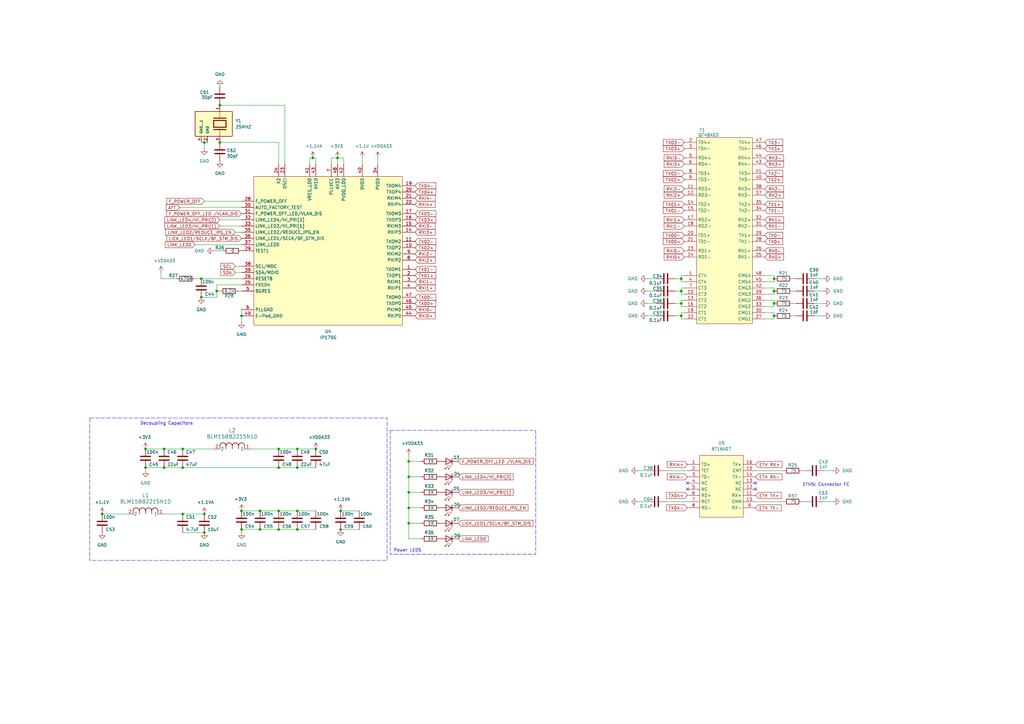
<source format=kicad_sch>
(kicad_sch (version 20231120) (generator "eeschema") (generator_version "8.0")
  (paper "A3")
  (title_block (title "Infrastructure") (date "2024-08-24") (rev "V1.0"))
  (junction (at 317.5 119.38))
  (junction (at 99.06 217.17))
  (junction (at 317.5 129.54))
  (junction (at 90.17 43.18))
  (junction (at 59.69 191.77))
  (junction (at 128.27 64.77))
  (junction (at 167.64 214.63))
  (junction (at 138.43 64.77))
  (junction (at 41.91 210.82))
  (junction (at 74.93 191.77))
  (junction (at 106.68 209.55))
  (junction (at 167.64 201.93))
  (junction (at 114.3 209.55))
  (junction (at 167.64 189.23))
  (junction (at 121.92 217.17))
  (junction (at 99.06 209.55))
  (junction (at 83.82 218.44))
  (junction (at 99.06 129.54))
  (junction (at 317.5 114.3))
  (junction (at 114.3 217.17))
  (junction (at 83.82 58.42))
  (junction (at 121.92 191.77))
  (junction (at 279.4 124.46))
  (junction (at 317.5 124.46))
  (junction (at 67.31 191.77))
  (junction (at 90.17 58.42))
  (junction (at 139.7 217.17))
  (junction (at 167.64 208.28))
  (junction (at 121.92 184.15))
  (junction (at 114.3 191.77))
  (junction (at 167.64 195.58))
  (junction (at 279.4 119.38))
  (junction (at 82.55 114.3))
  (junction (at 82.55 121.92))
  (junction (at 129.54 184.15))
  (junction (at 67.31 184.15))
  (junction (at 83.82 210.82))
  (junction (at 106.68 217.17))
  (junction (at 121.92 209.55))
  (junction (at 59.69 184.15))
  (junction (at 114.3 184.15))
  (junction (at 74.93 184.15))
  (junction (at 279.4 114.3))
  (junction (at 88.9 119.38))
  (junction (at 279.4 129.54))
  (junction (at 139.7 209.55))
  (junction (at 74.93 210.82))
  (no_connect (at 309.88 200.66))
  (no_connect (at 309.88 198.12))
  (no_connect (at 281.94 200.66))
  (no_connect (at 281.94 198.12))
  (wire (pts (xy 114.3 217.17) (xy 121.92 217.17)))
  (wire (pts (xy 90.17 58.42) (xy 114.3 58.42)))
  (wire (pts (xy 309.88 205.74) (xy 321.31 205.74)))
  (wire (pts (xy 279.4 130.81) (xy 280.67 130.81)))
  (wire (pts (xy 337.82 193.04) (xy 341.63 193.04)))
  (wire (pts (xy 99.06 132.08) (xy 99.06 129.54)))
  (wire (pts (xy 73.66 85.09) (xy 99.06 85.09)))
  (wire (pts (xy 167.64 208.28) (xy 167.64 214.63)))
  (wire (pts (xy 99.06 217.17) (xy 99.06 218.44)))
  (wire (pts (xy 128.27 64.77) (xy 129.54 64.77)))
  (wire (pts (xy 121.92 217.17) (xy 129.54 217.17)))
  (wire (pts (xy 167.64 208.28) (xy 172.72 208.28)))
  (wire (pts (xy 139.7 217.17) (xy 147.32 217.17)))
  (wire (pts (xy 167.64 201.93) (xy 172.72 201.93)))
  (wire (pts (xy 167.64 195.58) (xy 167.64 201.93)))
  (wire (pts (xy 106.68 217.17) (xy 114.3 217.17)))
  (wire (pts (xy 280.67 113.03) (xy 279.4 113.03)))
  (wire (pts (xy 82.55 58.42) (xy 83.82 58.42)))
  (wire (pts (xy 280.67 128.27) (xy 279.4 128.27)))
  (wire (pts (xy 334.01 129.54) (xy 337.82 129.54)))
  (wire (pts (xy 88.9 116.84) (xy 99.06 116.84)))
  (wire (pts (xy 167.64 189.23) (xy 172.72 189.23)))
  (wire (pts (xy 317.5 119.38) (xy 317.5 120.65)))
  (wire (pts (xy 334.01 114.3) (xy 337.82 114.3)))
  (wire (pts (xy 309.88 193.04) (xy 321.31 193.04)))
  (wire (pts (xy 279.4 115.57) (xy 280.67 115.57)))
  (wire (pts (xy 325.12 129.54) (xy 326.39 129.54)))
  (wire (pts (xy 325.12 124.46) (xy 326.39 124.46)))
  (wire (pts (xy 83.82 58.42) (xy 85.09 58.42)))
  (wire (pts (xy 138.43 64.77) (xy 140.97 64.77)))
  (wire (pts (xy 148.59 64.77) (xy 148.59 67.31)))
  (wire (pts (xy 317.5 129.54) (xy 317.5 130.81)))
  (wire (pts (xy 334.01 124.46) (xy 337.82 124.46)))
  (wire (pts (xy 80.01 100.33) (xy 99.06 100.33)))
  (wire (pts (xy 116.84 43.18) (xy 116.84 67.31)))
  (wire (pts (xy 317.5 124.46) (xy 317.5 125.73)))
  (wire (pts (xy 325.12 119.38) (xy 326.39 119.38)))
  (wire (pts (xy 90.17 43.18) (xy 116.84 43.18)))
  (wire (pts (xy 280.67 118.11) (xy 279.4 118.11)))
  (wire (pts (xy 328.93 193.04) (xy 330.2 193.04)))
  (wire (pts (xy 167.64 214.63) (xy 172.72 214.63)))
  (wire (pts (xy 317.5 118.11) (xy 317.5 119.38)))
  (wire (pts (xy 154.94 64.77) (xy 154.94 67.31)))
  (wire (pts (xy 140.97 64.77) (xy 140.97 67.31)))
  (wire (pts (xy 317.5 120.65) (xy 313.69 120.65)))
  (wire (pts (xy 114.3 209.55) (xy 121.92 209.55)))
  (wire (pts (xy 90.17 90.17) (xy 99.06 90.17)))
  (wire (pts (xy 96.52 111.76) (xy 99.06 111.76)))
  (wire (pts (xy 279.4 119.38) (xy 279.4 120.65)))
  (wire (pts (xy 279.4 124.46) (xy 279.4 125.73)))
  (wire (pts (xy 317.5 128.27) (xy 317.5 129.54)))
  (wire (pts (xy 328.93 205.74) (xy 330.2 205.74)))
  (wire (pts (xy 317.5 123.19) (xy 317.5 124.46)))
  (wire (pts (xy 74.93 210.82) (xy 83.82 210.82)))
  (wire (pts (xy 279.4 123.19) (xy 279.4 124.46)))
  (wire (pts (xy 138.43 64.77) (xy 138.43 67.31)))
  (wire (pts (xy 96.52 95.25) (xy 99.06 95.25)))
  (wire (pts (xy 59.69 184.15) (xy 67.31 184.15)))
  (wire (pts (xy 167.64 189.23) (xy 167.64 195.58)))
  (wire (pts (xy 281.94 193.04) (xy 273.05 193.04)))
  (wire (pts (xy 337.82 205.74) (xy 341.63 205.74)))
  (wire (pts (xy 167.64 195.58) (xy 172.72 195.58)))
  (wire (pts (xy 317.5 125.73) (xy 313.69 125.73)))
  (wire (pts (xy 59.69 191.77) (xy 59.69 193.04)))
  (wire (pts (xy 87.63 102.87) (xy 91.44 102.87)))
  (wire (pts (xy 82.55 114.3) (xy 99.06 114.3)))
  (wire (pts (xy 167.64 201.93) (xy 167.64 208.28)))
  (wire (pts (xy 334.01 119.38) (xy 337.82 119.38)))
  (wire (pts (xy 317.5 114.3) (xy 317.5 115.57)))
  (wire (pts (xy 269.24 129.54) (xy 265.43 129.54)))
  (wire (pts (xy 99.06 217.17) (xy 106.68 217.17)))
  (wire (pts (xy 167.64 214.63) (xy 167.64 220.98)))
  (wire (pts (xy 269.24 114.3) (xy 265.43 114.3)))
  (wire (pts (xy 279.4 120.65) (xy 280.67 120.65)))
  (wire (pts (xy 129.54 64.77) (xy 129.54 67.31)))
  (wire (pts (xy 74.93 184.15) (xy 87.63 184.15)))
  (wire (pts (xy 121.92 191.77) (xy 129.54 191.77)))
  (wire (pts (xy 121.92 209.55) (xy 129.54 209.55)))
  (wire (pts (xy 279.4 124.46) (xy 276.86 124.46)))
  (wire (pts (xy 67.31 210.82) (xy 74.93 210.82)))
  (wire (pts (xy 90.17 92.71) (xy 99.06 92.71)))
  (wire (pts (xy 99.06 127) (xy 99.06 129.54)))
  (wire (pts (xy 279.4 118.11) (xy 279.4 119.38)))
  (wire (pts (xy 74.93 218.44) (xy 83.82 218.44)))
  (wire (pts (xy 279.4 129.54) (xy 279.4 130.81)))
  (wire (pts (xy 313.69 118.11) (xy 317.5 118.11)))
  (wire (pts (xy 269.24 119.38) (xy 265.43 119.38)))
  (wire (pts (xy 88.9 119.38) (xy 88.9 116.84)))
  (wire (pts (xy 279.4 128.27) (xy 279.4 129.54)))
  (wire (pts (xy 279.4 114.3) (xy 279.4 115.57)))
  (wire (pts (xy 127 67.31) (xy 127 64.77)))
  (wire (pts (xy 273.05 205.74) (xy 281.94 205.74)))
  (wire (pts (xy 317.5 113.03) (xy 317.5 114.3)))
  (wire (pts (xy 135.89 64.77) (xy 138.43 64.77)))
  (wire (pts (xy 66.04 111.76) (xy 66.04 114.3)))
  (wire (pts (xy 88.9 119.38) (xy 90.17 119.38)))
  (wire (pts (xy 114.3 191.77) (xy 121.92 191.77)))
  (wire (pts (xy 139.7 209.55) (xy 147.32 209.55)))
  (wire (pts (xy 106.68 209.55) (xy 114.3 209.55)))
  (wire (pts (xy 114.3 184.15) (xy 121.92 184.15)))
  (wire (pts (xy 82.55 121.92) (xy 88.9 121.92)))
  (wire (pts (xy 114.3 58.42) (xy 114.3 67.31)))
  (wire (pts (xy 59.69 191.77) (xy 67.31 191.77)))
  (wire (pts (xy 41.91 210.82) (xy 52.07 210.82)))
  (wire (pts (xy 313.69 128.27) (xy 317.5 128.27)))
  (wire (pts (xy 172.72 220.98) (xy 167.64 220.98)))
  (wire (pts (xy 83.82 82.55) (xy 99.06 82.55)))
  (wire (pts (xy 313.69 113.03) (xy 317.5 113.03)))
  (wire (pts (xy 265.43 205.74) (xy 261.62 205.74)))
  (wire (pts (xy 121.92 184.15) (xy 129.54 184.15)))
  (wire (pts (xy 325.12 114.3) (xy 326.39 114.3)))
  (wire (pts (xy 97.79 119.38) (xy 99.06 119.38)))
  (wire (pts (xy 67.31 184.15) (xy 74.93 184.15)))
  (wire (pts (xy 279.4 113.03) (xy 279.4 114.3)))
  (wire (pts (xy 135.89 67.31) (xy 135.89 64.77)))
  (wire (pts (xy 279.4 114.3) (xy 276.86 114.3)))
  (wire (pts (xy 279.4 119.38) (xy 276.86 119.38)))
  (wire (pts (xy 317.5 115.57) (xy 313.69 115.57)))
  (wire (pts (xy 67.31 191.77) (xy 74.93 191.77)))
  (wire (pts (xy 265.43 193.04) (xy 261.62 193.04)))
  (wire (pts (xy 279.4 129.54) (xy 276.86 129.54)))
  (wire (pts (xy 72.39 114.3) (xy 66.04 114.3)))
  (wire (pts (xy 317.5 130.81) (xy 313.69 130.81)))
  (wire (pts (xy 88.9 121.92) (xy 88.9 119.38)))
  (wire (pts (xy 96.52 109.22) (xy 99.06 109.22)))
  (wire (pts (xy 80.01 114.3) (xy 82.55 114.3)))
  (wire (pts (xy 280.67 123.19) (xy 279.4 123.19)))
  (wire (pts (xy 99.06 209.55) (xy 106.68 209.55)))
  (wire (pts (xy 167.64 186.69) (xy 167.64 189.23)))
  (wire (pts (xy 269.24 124.46) (xy 265.43 124.46)))
  (wire (pts (xy 127 64.77) (xy 128.27 64.77)))
  (wire (pts (xy 83.82 60.96) (xy 83.82 58.42)))
  (wire (pts (xy 313.69 123.19) (xy 317.5 123.19)))
  (wire (pts (xy 102.87 184.15) (xy 114.3 184.15)))
  (wire (pts (xy 279.4 125.73) (xy 280.67 125.73)))
  (wire (pts (xy 74.93 191.77) (xy 114.3 191.77)))
  (rectangle (start 36.83 171.45) (end 158.75 229.87) (stroke (width 0) (type dash)))
  (rectangle (start 160.02 176.53) (end 219.71 227.33) (stroke (width 0) (type dash)))
  (text "Power LEDS\n" (at 167.132 225.806 0) (effects (font (size 1.27 1.27))))
  (text "ETH5: Connector FC" (at 338.836 198.882 0) (effects (font (size 1.27 1.27))))
  (text "Decoupling Capacitors" (at 68.326 173.736 0) (effects (font (size 1.27 1.27))))
  (global_label "TX04+" (shape input) (at 170.18 78.74 0) (property "Intersheetrefs" "${INTERSHEET_REFS}" (effects (hide yes))))
  (global_label "TX1+" (shape input) (at 313.69 83.82 0) (property "Intersheetrefs" "${INTERSHEET_REFS}" (effects (hide yes))))
  (global_label "LINK_LED3{slash}Hi_PRI(1)" (shape input) (at 90.17 92.71 180) (property "Intersheetrefs" "${INTERSHEET_REFS}" (effects (hide yes))))
  (global_label "RXI4+" (shape input) (at 170.18 83.82 0) (property "Intersheetrefs" "${INTERSHEET_REFS}" (effects (hide yes))))
  (global_label "RXI2+" (shape input) (at 170.18 106.68 0) (property "Intersheetrefs" "${INTERSHEET_REFS}" (effects (hide yes))))
  (global_label "RXI0+" (shape input) (at 280.67 105.41 180) (property "Intersheetrefs" "${INTERSHEET_REFS}" (effects (hide yes))))
  (global_label "RX3-" (shape input) (at 313.69 64.77 0) (property "Intersheetrefs" "${INTERSHEET_REFS}" (effects (hide yes))))
  (global_label "RX3+" (shape input) (at 313.69 67.31 0) (property "Intersheetrefs" "${INTERSHEET_REFS}" (effects (hide yes))))
  (global_label "TX04-" (shape input) (at 281.94 208.28 180) (property "Intersheetrefs" "${INTERSHEET_REFS}" (effects (hide yes))))
  (global_label "ETH TX-" (shape input) (at 309.88 208.28 0) (property "Intersheetrefs" "${INTERSHEET_REFS}" (effects (hide yes))))
  (global_label "SDA" (shape input) (at 96.52 111.76 180) (property "Intersheetrefs" "${INTERSHEET_REFS}" (effects (hide yes))))
  (global_label "LINK_LED2{slash}REDUCE_IPG_EN" (shape input) (at 96.52 95.25 180) (property "Intersheetrefs" "${INTERSHEET_REFS}" (effects (hide yes))))
  (global_label "RXI1-" (shape input) (at 280.67 92.71 180) (property "Intersheetrefs" "${INTERSHEET_REFS}" (effects (hide yes))))
  (global_label "TX02-" (shape input) (at 280.67 71.12 180) (property "Intersheetrefs" "${INTERSHEET_REFS}" (effects (hide yes))))
  (global_label "RXI3-" (shape input) (at 170.18 92.71 0) (property "Intersheetrefs" "${INTERSHEET_REFS}" (effects (hide yes))))
  (global_label "F_POWER_OFF_LED {slash}VLAN_DIS" (shape input) (at 99.06 87.63 180) (property "Intersheetrefs" "${INTERSHEET_REFS}" (effects (hide yes))))
  (global_label "RX1-" (shape input) (at 313.69 92.71 0) (property "Intersheetrefs" "${INTERSHEET_REFS}" (effects (hide yes))))
  (global_label "TX01-" (shape input) (at 280.67 86.36 180) (property "Intersheetrefs" "${INTERSHEET_REFS}" (effects (hide yes))))
  (global_label "RX2-" (shape input) (at 313.69 77.47 0) (property "Intersheetrefs" "${INTERSHEET_REFS}" (effects (hide yes))))
  (global_label "ETH TX+" (shape input) (at 309.88 203.2 0) (property "Intersheetrefs" "${INTERSHEET_REFS}" (effects (hide yes))))
  (global_label "SCL" (shape input) (at 96.52 109.22 180) (property "Intersheetrefs" "${INTERSHEET_REFS}" (effects (hide yes))))
  (global_label "RXI3-" (shape input) (at 280.67 64.77 180) (property "Intersheetrefs" "${INTERSHEET_REFS}" (effects (hide yes))))
  (global_label "LINK_LED4{slash}Hi_PRI(2)" (shape input) (at 187.96 195.58 0) (property "Intersheetrefs" "${INTERSHEET_REFS}" (effects (hide yes))))
  (global_label "RXI0-" (shape input) (at 280.67 102.87 180) (property "Intersheetrefs" "${INTERSHEET_REFS}" (effects (hide yes))))
  (global_label "TX3-" (shape input) (at 313.69 58.42 0) (property "Intersheetrefs" "${INTERSHEET_REFS}" (effects (hide yes))))
  (global_label "TX02+" (shape input) (at 170.18 101.6 0) (property "Intersheetrefs" "${INTERSHEET_REFS}" (effects (hide yes))))
  (global_label "RX0-" (shape input) (at 313.69 102.87 0) (property "Intersheetrefs" "${INTERSHEET_REFS}" (effects (hide yes))))
  (global_label "TX01+" (shape input) (at 280.67 83.82 180) (property "Intersheetrefs" "${INTERSHEET_REFS}" (effects (hide yes))))
  (global_label "TX02+" (shape input) (at 280.67 73.66 180) (property "Intersheetrefs" "${INTERSHEET_REFS}" (effects (hide yes))))
  (global_label "TX01+" (shape input) (at 170.18 113.03 0) (property "Intersheetrefs" "${INTERSHEET_REFS}" (effects (hide yes))))
  (global_label "TX00+" (shape input) (at 280.67 99.06 180) (property "Intersheetrefs" "${INTERSHEET_REFS}" (effects (hide yes))))
  (global_label "RX2+" (shape input) (at 313.69 80.01 0) (property "Intersheetrefs" "${INTERSHEET_REFS}" (effects (hide yes))))
  (global_label "RXI4-" (shape input) (at 170.18 81.28 0) (property "Intersheetrefs" "${INTERSHEET_REFS}" (effects (hide yes))))
  (global_label "RXI3+" (shape input) (at 280.67 67.31 180) (property "Intersheetrefs" "${INTERSHEET_REFS}" (effects (hide yes))))
  (global_label "RXI2-" (shape input) (at 280.67 77.47 180) (property "Intersheetrefs" "${INTERSHEET_REFS}" (effects (hide yes))))
  (global_label "TX00-" (shape input) (at 170.18 121.92 0) (property "Intersheetrefs" "${INTERSHEET_REFS}" (effects (hide yes))))
  (global_label "TX03+" (shape input) (at 280.67 60.96 180) (property "Intersheetrefs" "${INTERSHEET_REFS}" (effects (hide yes))))
  (global_label "TX3+" (shape input) (at 313.69 60.96 0) (property "Intersheetrefs" "${INTERSHEET_REFS}" (effects (hide yes))))
  (global_label "LICK_LED1{slash}SCLK{slash}BF_STM_DIS" (shape input) (at 99.06 97.79 180) (property "Intersheetrefs" "${INTERSHEET_REFS}" (effects (hide yes))))
  (global_label "F_POWER_OFF" (shape input) (at 83.82 82.55 180) (property "Intersheetrefs" "${INTERSHEET_REFS}" (effects (hide yes))))
  (global_label "ETH RX+" (shape input) (at 309.88 190.5 0) (property "Intersheetrefs" "${INTERSHEET_REFS}" (effects (hide yes))))
  (global_label "TX1-" (shape input) (at 313.69 86.36 0) (property "Intersheetrefs" "${INTERSHEET_REFS}" (effects (hide yes))))
  (global_label "AFT" (shape input) (at 73.66 85.09 180) (property "Intersheetrefs" "${INTERSHEET_REFS}" (effects (hide yes))))
  (global_label "LINK_LED4{slash}Hi_PRI(2)" (shape input) (at 90.17 90.17 180) (property "Intersheetrefs" "${INTERSHEET_REFS}" (effects (hide yes))))
  (global_label "F_POWER_OFF_LED {slash}VLAN_DIS" (shape input) (at 187.96 189.23 0) (property "Intersheetrefs" "${INTERSHEET_REFS}" (effects (hide yes))))
  (global_label "RXI0-" (shape input) (at 170.18 127 0) (property "Intersheetrefs" "${INTERSHEET_REFS}" (effects (hide yes))))
  (global_label "LINK_LED0" (shape input) (at 80.01 100.33 180) (property "Intersheetrefs" "${INTERSHEET_REFS}" (effects (hide yes))))
  (global_label "RXI1+" (shape input) (at 280.67 90.17 180) (property "Intersheetrefs" "${INTERSHEET_REFS}" (effects (hide yes))))
  (global_label "TX03-" (shape input) (at 170.18 87.63 0) (property "Intersheetrefs" "${INTERSHEET_REFS}" (effects (hide yes))))
  (global_label "LINK_LED3{slash}Hi_PRI(1)" (shape input) (at 187.96 201.93 0) (property "Intersheetrefs" "${INTERSHEET_REFS}" (effects (hide yes))))
  (global_label "RX0+" (shape input) (at 313.69 105.41 0) (property "Intersheetrefs" "${INTERSHEET_REFS}" (effects (hide yes))))
  (global_label "TX02-" (shape input) (at 170.18 99.06 0) (property "Intersheetrefs" "${INTERSHEET_REFS}" (effects (hide yes))))
  (global_label "RXI4+" (shape input) (at 281.94 190.5 180) (property "Intersheetrefs" "${INTERSHEET_REFS}" (effects (hide yes))))
  (global_label "RXI1+" (shape input) (at 170.18 118.11 0) (property "Intersheetrefs" "${INTERSHEET_REFS}" (effects (hide yes))))
  (global_label "TX2-" (shape input) (at 313.69 71.12 0) (property "Intersheetrefs" "${INTERSHEET_REFS}" (effects (hide yes))))
  (global_label "TX04-" (shape input) (at 170.18 76.2 0) (property "Intersheetrefs" "${INTERSHEET_REFS}" (effects (hide yes))))
  (global_label "TX01-" (shape input) (at 170.18 110.49 0) (property "Intersheetrefs" "${INTERSHEET_REFS}" (effects (hide yes))))
  (global_label "TX0+" (shape input) (at 313.69 99.06 0) (property "Intersheetrefs" "${INTERSHEET_REFS}" (effects (hide yes))))
  (global_label "LINK_LED2{slash}REDUCE_IPG_EN" (shape input) (at 187.96 208.28 0) (property "Intersheetrefs" "${INTERSHEET_REFS}" (effects (hide yes))))
  (global_label "TX00-" (shape input) (at 280.67 96.52 180) (property "Intersheetrefs" "${INTERSHEET_REFS}" (effects (hide yes))))
  (global_label "RXI4-" (shape input) (at 281.94 195.58 180) (property "Intersheetrefs" "${INTERSHEET_REFS}" (effects (hide yes))))
  (global_label "TX03-" (shape input) (at 280.67 58.42 180) (property "Intersheetrefs" "${INTERSHEET_REFS}" (effects (hide yes))))
  (global_label "TX03+" (shape input) (at 170.18 90.17 0) (property "Intersheetrefs" "${INTERSHEET_REFS}" (effects (hide yes))))
  (global_label "TX0-" (shape input) (at 313.69 96.52 0) (property "Intersheetrefs" "${INTERSHEET_REFS}" (effects (hide yes))))
  (global_label "ETH RX-" (shape input) (at 309.88 195.58 0) (property "Intersheetrefs" "${INTERSHEET_REFS}" (effects (hide yes))))
  (global_label "TX00+" (shape input) (at 170.18 124.46 0) (property "Intersheetrefs" "${INTERSHEET_REFS}" (effects (hide yes))))
  (global_label "RXI2-" (shape input) (at 170.18 104.14 0) (property "Intersheetrefs" "${INTERSHEET_REFS}" (effects (hide yes))))
  (global_label "RXI2+" (shape input) (at 280.67 80.01 180) (property "Intersheetrefs" "${INTERSHEET_REFS}" (effects (hide yes))))
  (global_label "RXI0+" (shape input) (at 170.18 129.54 0) (property "Intersheetrefs" "${INTERSHEET_REFS}" (effects (hide yes))))
  (global_label "RXI3+" (shape input) (at 170.18 95.25 0) (property "Intersheetrefs" "${INTERSHEET_REFS}" (effects (hide yes))))
  (global_label "RXI1-" (shape input) (at 170.18 115.57 0) (property "Intersheetrefs" "${INTERSHEET_REFS}" (effects (hide yes))))
  (global_label "LINK_LED0" (shape input) (at 187.96 220.98 0) (property "Intersheetrefs" "${INTERSHEET_REFS}" (effects (hide yes))))
  (global_label "RX1+" (shape input) (at 313.69 90.17 0) (property "Intersheetrefs" "${INTERSHEET_REFS}" (effects (hide yes))))
  (global_label "TX04+" (shape input) (at 281.94 203.2 180) (property "Intersheetrefs" "${INTERSHEET_REFS}" (effects (hide yes))))
  (global_label "LICK_LED1{slash}SCLK{slash}BF_STM_DIS" (shape input) (at 187.96 214.63 0) (property "Intersheetrefs" "${INTERSHEET_REFS}" (effects (hide yes))))
  (global_label "TX2+" (shape input) (at 313.69 73.66 0) (property "Intersheetrefs" "${INTERSHEET_REFS}" (effects (hide yes))))
  (symbol (lib_id "Device:C") (at 99.06 213.36 180) (unit 1)
    (property "Reference" "C54" (at 104.394 215.9 0) (effects (justify left)))
    (property "Value" "100n" (at 104.394 210.82 0) (effects (justify left)))
    (property "Footprint" "Capacitor_SMD:C_0201_0603Metric" (effects (hide yes)))
    (property "Description" "Capacitor" (effects (hide yes)))
    (property "Part" "C0201X5R104K160NT" (effects (hide yes)))
  )
  (symbol (lib_id "Device:R") (at 176.53 201.93 90) (unit 1)
    (property "Reference" "R33" (at 176.022 199.39 90))
    (property "Value" "1K" (at 176.784 201.93 90))
    (property "Footprint" "Resistor_SMD:R_0201_0603Metric" (effects (hide yes)))
    (property "Datasheet" "https://wmsc.lcsc.com/wmsc/upload/file/pdf/v2/lcsc/2304140030_YAGEO-RC0201FR-07124KL_C138178.pdf" (effects (hide yes)))
    (property "Description" "50mW Thick Film Resistors 25V ±1% ±200ppm/℃ 124kΩ 0201  Chip Resistor - Surface Mount ROHS" (effects (hide yes)))
    (property "MANUFACTURER" "Vishay Dale" (effects (hide yes)))
    (property "PART NUMBER" "RC0201FR-07124KL" (effects (hide yes)))
    (property "ALTIUM_VALUE" "100k" (effects (hide yes)))
  )
  (symbol (lib_name "+3.3V_4") (lib_id "power:+3.3V") (at 128.27 64.77 0) (unit 1)
    (property "Reference" "#PWR091" (effects (hide yes)))
    (property "Value" "+1.1VA" (at 125.222 59.944 0) (effects (justify left)))
  )
  (symbol (lib_id "Device:C") (at 82.55 118.11 180) (unit 1)
    (property "Reference" "C44" (at 87.884 120.65 0) (effects (justify left)))
    (property "Value" "100n" (at 87.884 115.57 0) (effects (justify left)))
    (property "Footprint" "Capacitor_SMD:C_0201_0603Metric" (effects (hide yes)))
    (property "Description" "Capacitor" (effects (hide yes)))
    (property "Part" "GRM033R61E104KE14D" (effects (hide yes)))
  )
  (symbol (lib_id "Device:C") (at 41.91 214.63 180) (unit 1)
    (property "Reference" "C53" (at 47.244 217.17 0) (effects (justify left)))
    (property "Value" "100n" (at 47.244 212.09 0) (effects (justify left)))
    (property "Footprint" "Capacitor_SMD:C_0201_0603Metric" (effects (hide yes)))
    (property "Description" "Capacitor" (effects (hide yes)))
    (property "Part" "C0201X5R104K160NT" (effects (hide yes)))
  )
  (symbol (lib_id "Device:C") (at 106.68 213.36 180) (unit 1)
    (property "Reference" "C55" (at 112.014 215.9 0) (effects (justify left)))
    (property "Value" "100n" (at 112.014 210.82 0) (effects (justify left)))
    (property "Footprint" "Capacitor_SMD:C_0201_0603Metric" (effects (hide yes)))
    (property "Description" "Capacitor" (effects (hide yes)))
    (property "Part" "C0201X5R104K160NT" (effects (hide yes)))
  )
  (symbol (lib_id "Device:C") (at 334.01 193.04 90) (unit 1)
    (property "Reference" "C43" (at 339.598 189.484 90) (effects (justify left)))
    (property "Value" "1nF" (at 339.598 191.516 90) (effects (justify left)))
    (property "Footprint" "Capacitor_SMD:C_1206_3216Metric" (effects (hide yes)))
    (property "Datasheet" "https://wmsc.lcsc.com/wmsc/upload/file/pdf/v2/lcsc/2208181800_FOJAN-FCC1206B471K102DT_C5137622.pdf" (effects (hide yes)))
    (property "Description" "1kV 470pF X7R ±10% 1206  Multilayer Ceramic Capacitors MLCC - SMD/SMT ROHS" (effects (hide yes)))
    (property "Part" "FCC1206B471K102DT" (effects (hide yes)))
  )
  (symbol (lib_name "GND_1") (lib_id "power:GND") (at 90.17 35.56 180) (unit 1)
    (property "Reference" "#PWR0107" (effects (hide yes)))
    (property "Value" "GND" (at 90.17 30.48 0))
    (property "Description" "Power symbol creates a global label with name \"GND\" , ground" (effects (hide yes)))
  )
  (symbol (lib_id "LED:SFH480") (at 182.88 214.63 180) (unit 1)
    (property "Reference" "D7" (at 187.198 213.106 0))
    (property "Value" "NCD0603C1" (effects (hide yes)))
    (property "Footprint" "LED_SMD:LED_0603_1608Metric" (effects (hide yes)))
    (property "Datasheet" "https://wmsc.lcsc.com/wmsc/upload/file/pdf/v2/lcsc/2008201032_Foshan-NationStar-Optoelectronics-NCD0603C1_C84264.pdf" (effects (hide yes)))
    (property "Description" "25mA Colorless transparent lens 5mcd~13mcd 565nm~578nm -30℃~+85℃ Yellow Green 140° 65mW 1.6V~2.6V 0603  LED Indication - Discrete ROHS" (effects (hide yes)))
  )
  (symbol (lib_name "GND_1") (lib_id "power:GND") (at 139.7 217.17 0) (unit 1)
    (property "Reference" "#PWR0102" (effects (hide yes)))
    (property "Value" "GND" (at 139.7 222.25 0))
    (property "Description" "Power symbol creates a global label with name \"GND\" , ground" (effects (hide yes)))
  )
  (symbol (lib_id "Device:R") (at 325.12 193.04 90) (unit 1)
    (property "Reference" "R25" (at 325.12 190.754 90))
    (property "Value" "75" (at 325.374 193.04 90))
    (property "Footprint" "Resistor_SMD:R_0201_0603Metric" (effects (hide yes)))
    (property "Datasheet" "https://wmsc.lcsc.com/wmsc/upload/file/pdf/v2/lcsc/2304140030_YAGEO-RC0201FR-07124KL_C138178.pdf" (effects (hide yes)))
    (property "Description" "50mW Thick Film Resistors 25V ±1% ±200ppm/℃ 124kΩ 0201  Chip Resistor - Surface Mount ROHS" (effects (hide yes)))
    (property "MANUFACTURER" "Vishay Dale" (effects (hide yes)))
    (property "PART NUMBER" "RC0201FR-07124KL" (effects (hide yes)))
    (property "ALTIUM_VALUE" "100k" (effects (hide yes)))
  )
  (symbol (lib_name "+3.3V_4") (lib_id "power:+3.3V") (at 66.04 111.76 0) (unit 1)
    (property "Reference" "#PWR088" (effects (hide yes)))
    (property "Value" "+VDDA33" (at 62.992 106.934 0) (effects (justify left)))
  )
  (symbol (lib_name "GND_1") (lib_id "power:GND") (at 337.82 129.54 90) (unit 1)
    (property "Reference" "#PWR085" (effects (hide yes)))
    (property "Value" "GND" (at 341.63 129.5399 90) (effects (justify right)))
    (property "Description" "Power symbol creates a global label with name \"GND\" , ground" (effects (hide yes)))
  )
  (symbol (lib_id "Device:C") (at 83.82 214.63 0) (unit 1)
    (property "Reference" "C52" (at 85.09 212.09 0) (effects (justify left)))
    (property "Value" "10uF" (at 85.09 217.17 0) (effects (justify left)))
    (property "Footprint" "Capacitor_SMD:C_0402_1005Metric" (effects (hide yes)))
    (property "Description" "Capacitor" (effects (hide yes)))
    (property "Part" "CL05A106MP5NUNC" (effects (hide yes)))
  )
  (symbol (lib_name "+3.3V_4") (lib_id "power:+3.3V") (at 99.06 209.55 0) (unit 1)
    (property "Reference" "#PWR099" (effects (hide yes)))
    (property "Value" "+3V3" (at 96.012 204.724 0) (effects (justify left)))
  )
  (symbol (lib_id "Device:C") (at 273.05 124.46 270) (unit 1)
    (property "Reference" "C36" (at 267.716 123.444 90) (effects (justify left)))
    (property "Value" "0.1uF" (at 266.192 126.238 90) (effects (justify left)))
    (property "Footprint" "Capacitor_SMD:C_1206_3216Metric" (effects (hide yes)))
    (property "Datasheet" "https://wmsc.lcsc.com/wmsc/upload/file/pdf/v2/lcsc/2208181800_FOJAN-FCC1206B471K102DT_C5137622.pdf" (effects (hide yes)))
    (property "Description" "1kV 470pF X7R ±10% 1206  Multilayer Ceramic Capacitors MLCC - SMD/SMT ROHS" (effects (hide yes)))
    (property "Part" "GRM033R61E104KE14D" (effects (hide yes)))
  )
  (symbol (lib_id "Device:C") (at 269.24 193.04 270) (unit 1)
    (property "Reference" "C38" (at 263.906 192.024 90) (effects (justify left)))
    (property "Value" "0.1uF" (at 262.382 194.818 90) (effects (justify left)))
    (property "Footprint" "Capacitor_SMD:C_1206_3216Metric" (effects (hide yes)))
    (property "Datasheet" "https://wmsc.lcsc.com/wmsc/upload/file/pdf/v2/lcsc/2208181800_FOJAN-FCC1206B471K102DT_C5137622.pdf" (effects (hide yes)))
    (property "Description" "1kV 470pF X7R ±10% 1206  Multilayer Ceramic Capacitors MLCC - SMD/SMT ROHS" (effects (hide yes)))
    (property "Part" "FCC1206B471K102DT" (effects (hide yes)))
  )
  (symbol (lib_id "Device:R") (at 95.25 102.87 90) (unit 1)
    (property "Reference" "R26" (at 90.17 101.6 90))
    (property "Value" "0" (at 95.504 102.87 90))
    (property "Footprint" "Resistor_SMD:R_0201_0603Metric" (effects (hide yes)))
    (property "Datasheet" "https://wmsc.lcsc.com/wmsc/upload/file/pdf/v2/lcsc/2304140030_YAGEO-RC0201FR-07124KL_C138178.pdf" (effects (hide yes)))
    (property "Description" "50mW Thick Film Resistors 25V ±1% ±200ppm/℃ 124kΩ 0201  Chip Resistor - Surface Mount ROHS" (effects (hide yes)))
    (property "MANUFACTURER" "Vishay Dale" (effects (hide yes)))
    (property "PART NUMBER" "RC0201FR-07124KL" (effects (hide yes)))
    (property "ALTIUM_VALUE" "100k" (effects (hide yes)))
  )
  (symbol (lib_name "GND_1") (lib_id "power:GND") (at 337.82 114.3 90) (unit 1)
    (property "Reference" "#PWR082" (effects (hide yes)))
    (property "Value" "GND" (at 341.63 114.2999 90) (effects (justify right)))
    (property "Description" "Power symbol creates a global label with name \"GND\" , ground" (effects (hide yes)))
  )
  (symbol (lib_name "+3.3V_4") (lib_id "power:+3.3V") (at 148.59 64.77 0) (unit 1)
    (property "Reference" "#PWR0105" (effects (hide yes)))
    (property "Value" "+1.1V" (at 145.542 59.944 0) (effects (justify left)))
  )
  (symbol (lib_id "Device:C") (at 273.05 129.54 270) (unit 1)
    (property "Reference" "C37" (at 267.716 128.524 90) (effects (justify left)))
    (property "Value" "0.1uF" (at 266.192 131.318 90) (effects (justify left)))
    (property "Footprint" "Capacitor_SMD:C_1206_3216Metric" (effects (hide yes)))
    (property "Datasheet" "https://wmsc.lcsc.com/wmsc/upload/file/pdf/v2/lcsc/2208181800_FOJAN-FCC1206B471K102DT_C5137622.pdf" (effects (hide yes)))
    (property "Description" "1kV 470pF X7R ±10% 1206  Multilayer Ceramic Capacitors MLCC - SMD/SMT ROHS" (effects (hide yes)))
    (property "Part" "FCC1206B471K102DT" (effects (hide yes)))
  )
  (symbol (lib_name "GND_1") (lib_id "power:GND") (at 265.43 129.54 270) (unit 1)
    (property "Reference" "#PWR080" (effects (hide yes)))
    (property "Value" "GND" (at 261.62 129.5401 90) (effects (justify right)))
    (property "Description" "Power symbol creates a global label with name \"GND\" , ground" (effects (hide yes)))
  )
  (symbol (lib_name "GND_1") (lib_id "power:GND") (at 265.43 119.38 270) (unit 1)
    (property "Reference" "#PWR078" (effects (hide yes)))
    (property "Value" "GND" (at 261.62 119.3801 90) (effects (justify right)))
    (property "Description" "Power symbol creates a global label with name \"GND\" , ground" (effects (hide yes)))
  )
  (symbol (lib_id "Device:R") (at 176.53 208.28 90) (unit 1)
    (property "Reference" "R34" (at 176.022 205.74 90))
    (property "Value" "1K" (at 176.784 208.28 90))
    (property "Footprint" "Resistor_SMD:R_0201_0603Metric" (effects (hide yes)))
    (property "Datasheet" "https://wmsc.lcsc.com/wmsc/upload/file/pdf/v2/lcsc/2304140030_YAGEO-RC0201FR-07124KL_C138178.pdf" (effects (hide yes)))
    (property "Description" "50mW Thick Film Resistors 25V ±1% ±200ppm/℃ 124kΩ 0201  Chip Resistor - Surface Mount ROHS" (effects (hide yes)))
    (property "MANUFACTURER" "Vishay Dale" (effects (hide yes)))
    (property "PART NUMBER" "RC0201FR-07124KL" (effects (hide yes)))
    (property "ALTIUM_VALUE" "100k" (effects (hide yes)))
  )
  (symbol (lib_id "Device:C") (at 129.54 213.36 180) (unit 1)
    (property "Reference" "C58" (at 134.874 215.9 0) (effects (justify left)))
    (property "Value" "100n" (at 134.874 210.82 0) (effects (justify left)))
    (property "Footprint" "Capacitor_SMD:C_0201_0603Metric" (effects (hide yes)))
    (property "Description" "Capacitor" (effects (hide yes)))
    (property "Part" "C0201X5R104K160NT" (effects (hide yes)))
  )
  (symbol (lib_id "LED:SFH480") (at 182.88 201.93 180) (unit 1)
    (property "Reference" "D5" (at 187.198 200.406 0))
    (property "Value" "NCD0603C1" (effects (hide yes)))
    (property "Footprint" "LED_SMD:LED_0603_1608Metric" (effects (hide yes)))
    (property "Datasheet" "https://wmsc.lcsc.com/wmsc/upload/file/pdf/v2/lcsc/2008201032_Foshan-NationStar-Optoelectronics-NCD0603C1_C84264.pdf" (effects (hide yes)))
    (property "Description" "25mA Colorless transparent lens 5mcd~13mcd 565nm~578nm -30℃~+85℃ Yellow Green 140° 65mW 1.6V~2.6V 0603  LED Indication - Discrete ROHS" (effects (hide yes)))
  )
  (symbol (lib_id "Device:R") (at 176.53 195.58 90) (unit 1)
    (property "Reference" "R32" (at 176.022 193.04 90))
    (property "Value" "1K" (at 176.784 195.58 90))
    (property "Footprint" "Resistor_SMD:R_0201_0603Metric" (effects (hide yes)))
    (property "Datasheet" "https://wmsc.lcsc.com/wmsc/upload/file/pdf/v2/lcsc/2304140030_YAGEO-RC0201FR-07124KL_C138178.pdf" (effects (hide yes)))
    (property "Description" "50mW Thick Film Resistors 25V ±1% ±200ppm/℃ 124kΩ 0201  Chip Resistor - Surface Mount ROHS" (effects (hide yes)))
    (property "MANUFACTURER" "Vishay Dale" (effects (hide yes)))
    (property "PART NUMBER" "RC0201FR-07124KL" (effects (hide yes)))
    (property "ALTIUM_VALUE" "100k" (effects (hide yes)))
  )
  (symbol (lib_name "GND_1") (lib_id "power:GND") (at 83.82 60.96 0) (unit 1)
    (property "Reference" "#PWR0109" (effects (hide yes)))
    (property "Value" "GND" (at 83.82 66.04 0))
    (property "Description" "Power symbol creates a global label with name \"GND\" , ground" (effects (hide yes)))
  )
  (symbol (lib_name "+3.3V_4") (lib_id "power:+3.3V") (at 41.91 210.82 0) (unit 1)
    (property "Reference" "#PWR096" (effects (hide yes)))
    (property "Value" "+1.1V" (at 38.862 205.994 0) (effects (justify left)))
  )
  (symbol (lib_id "Device:C") (at 90.17 62.23 0) (unit 1)
    (property "Reference" "C62" (at 92.964 61.722 0) (effects (justify left)))
    (property "Value" "30pF" (at 92.964 64.008 0) (effects (justify left)))
    (property "Footprint" "Capacitor_SMD:C_0201_0603Metric" (effects (hide yes)))
    (property "Datasheet" "https://wmsc.lcsc.com/wmsc/upload/file/pdf/v2/lcsc/2208181800_FOJAN-FCC1206B471K102DT_C5137622.pdf" (effects (hide yes)))
    (property "Description" "1kV 470pF X7R ±10% 1206  Multilayer Ceramic Capacitors MLCC - SMD/SMT ROHS" (effects (hide yes)))
    (property "Part" "FCC1206B471K102DT" (effects (hide yes)))
  )
  (symbol (lib_id "Device:R") (at 321.31 119.38 90) (unit 1)
    (property "Reference" "R22" (at 321.31 117.094 90))
    (property "Value" "75" (at 321.564 119.38 90))
    (property "Footprint" "Resistor_SMD:R_0201_0603Metric" (effects (hide yes)))
    (property "Datasheet" "https://wmsc.lcsc.com/wmsc/upload/file/pdf/v2/lcsc/2304140030_YAGEO-RC0201FR-07124KL_C138178.pdf" (effects (hide yes)))
    (property "Description" "50mW Thick Film Resistors 25V ±1% ±200ppm/℃ 124kΩ 0201  Chip Resistor - Surface Mount ROHS" (effects (hide yes)))
    (property "MANUFACTURER" "Vishay Dale" (effects (hide yes)))
    (property "PART NUMBER" "RC0201FR-07124KL" (effects (hide yes)))
    (property "ALTIUM_VALUE" "100k" (effects (hide yes)))
  )
  (symbol (lib_id "TSX-3225_40.0000MF20X-K0:TSX-3225_40.0000MF20X-K0") (at 90.17 50.8 270) (unit 1)
    (property "Reference" "Y1" (at 96.52 49.5299 90) (effects (justify left)))
    (property "Value" "25MHZ" (at 96.52 52.0699 90) (effects (justify left)))
    (property "Footprint" "TSX-3225_40.0000MF20X-K0:XTAL_TSX-3225_40.0000MF20X-K0" (effects (hide yes)))
    (property "STANDARD" "Manufacturer Recommendations" (effects (hide yes)))
    (property "MAXIMUM_PACKAGE_HEIGHT" "0.6 mm" (effects (hide yes)))
    (property "MANUFACTURER" "EPSON" (effects (hide yes)))
  )
  (symbol (lib_id "Device:C") (at 74.93 214.63 0) (unit 1)
    (property "Reference" "C51" (at 76.2 212.09 0) (effects (justify left)))
    (property "Value" "4.7uF" (at 76.2 217.17 0) (effects (justify left)))
    (property "Footprint" "Capacitor_SMD:C_0402_1005Metric" (effects (hide yes)))
    (property "Description" "Capacitor" (effects (hide yes)))
    (property "Part" "GRM155R61A225KE95D" (effects (hide yes)))
  )
  (symbol (lib_id "Device:C") (at 114.3 187.96 180) (unit 1)
    (property "Reference" "C48" (at 119.634 190.5 0) (effects (justify left)))
    (property "Value" "100n" (at 119.634 185.42 0) (effects (justify left)))
    (property "Footprint" "Capacitor_SMD:C_0201_0603Metric" (effects (hide yes)))
    (property "Description" "Capacitor" (effects (hide yes)))
    (property "Part" "C0201X5R104K160NT" (effects (hide yes)))
  )
  (symbol (lib_name "GND_1") (lib_id "power:GND") (at 265.43 124.46 270) (unit 1)
    (property "Reference" "#PWR079" (effects (hide yes)))
    (property "Value" "GND" (at 261.62 124.4601 90) (effects (justify right)))
    (property "Description" "Power symbol creates a global label with name \"GND\" , ground" (effects (hide yes)))
  )
  (symbol (lib_name "+3.3V_4") (lib_id "power:+3.3V") (at 59.69 184.15 0) (unit 1)
    (property "Reference" "#PWR092" (effects (hide yes)))
    (property "Value" "+3V3" (at 56.642 179.324 0) (effects (justify left)))
  )
  (symbol (lib_id "Device:C") (at 269.24 205.74 270) (unit 1)
    (property "Reference" "C64" (at 263.906 204.724 90) (effects (justify left)))
    (property "Value" "0.1uF" (at 262.382 207.518 90) (effects (justify left)))
    (property "Footprint" "Capacitor_SMD:C_1206_3216Metric" (effects (hide yes)))
    (property "Datasheet" "https://wmsc.lcsc.com/wmsc/upload/file/pdf/v2/lcsc/2208181800_FOJAN-FCC1206B471K102DT_C5137622.pdf" (effects (hide yes)))
    (property "Description" "1kV 470pF X7R ±10% 1206  Multilayer Ceramic Capacitors MLCC - SMD/SMT ROHS" (effects (hide yes)))
    (property "Part" "FCC1206B471K102DT" (effects (hide yes)))
  )
  (symbol (lib_id "Device:C") (at 67.31 187.96 0) (unit 1)
    (property "Reference" "C46" (at 68.58 185.42 0) (effects (justify left)))
    (property "Value" "22uF" (at 68.58 190.5 0) (effects (justify left)))
    (property "Footprint" "Capacitor_SMD:C_0402_1005Metric" (effects (hide yes)))
    (property "Description" "Capacitor" (effects (hide yes)))
    (property "Part" "GRM155R61A225KE95D" (effects (hide yes)))
  )
  (symbol (lib_name "+3.3V_4") (lib_id "power:+3.3V") (at 167.64 186.69 0) (unit 1)
    (property "Reference" "#PWR0103" (effects (hide yes)))
    (property "Value" "+VDDA33" (at 164.592 181.864 0) (effects (justify left)))
  )
  (symbol (lib_id "Device:C") (at 330.2 114.3 90) (unit 1)
    (property "Reference" "C39" (at 335.788 110.744 90) (effects (justify left)))
    (property "Value" "1nF" (at 335.788 112.776 90) (effects (justify left)))
    (property "Footprint" "Capacitor_SMD:C_1206_3216Metric" (effects (hide yes)))
    (property "Datasheet" "https://wmsc.lcsc.com/wmsc/upload/file/pdf/v2/lcsc/2208181800_FOJAN-FCC1206B471K102DT_C5137622.pdf" (effects (hide yes)))
    (property "Description" "1kV 470pF X7R ±10% 1206  Multilayer Ceramic Capacitors MLCC - SMD/SMT ROHS" (effects (hide yes)))
    (property "Part" "FCC1206B471K102DT" (effects (hide yes)))
  )
  (symbol (lib_name "GND_1") (lib_id "power:GND") (at 83.82 218.44 0) (unit 1)
    (property "Reference" "#PWR097" (effects (hide yes)))
    (property "Value" "GND" (at 83.82 223.52 0))
    (property "Description" "Power symbol creates a global label with name \"GND\" , ground" (effects (hide yes)))
  )
  (symbol (lib_id "QT48A03:single-transformer") (at 295.91 199.39 0) (unit 1)
    (property "Reference" "U5" (at 295.91 181.61 0))
    (property "Value" "BT16A07" (at 295.91 184.15 0))
    (property "Footprint" "BT16A07:BT16A07" (effects (hide yes)))
  )
  (symbol (lib_id "Device:C") (at 273.05 119.38 270) (unit 1)
    (property "Reference" "C35" (at 267.716 118.364 90) (effects (justify left)))
    (property "Value" "0.1uF" (at 266.192 121.158 90) (effects (justify left)))
    (property "Footprint" "Capacitor_SMD:C_1206_3216Metric" (effects (hide yes)))
    (property "Datasheet" "https://wmsc.lcsc.com/wmsc/upload/file/pdf/v2/lcsc/2208181800_FOJAN-FCC1206B471K102DT_C5137622.pdf" (effects (hide yes)))
    (property "Description" "1kV 470pF X7R ±10% 1206  Multilayer Ceramic Capacitors MLCC - SMD/SMT ROHS" (effects (hide yes)))
    (property "Part" "GRM033R61E104KE14D" (effects (hide yes)))
  )
  (symbol (lib_id "QT48A03:QT48A03") (at 297.18 92.71 0) (unit 1)
    (property "Reference" "T1" (at 288.036 53.34 0))
    (property "Value" "QT48A03" (at 290.576 55.372 0))
    (property "Footprint" "QT48A03:QT48A03" (effects (hide yes)))
  )
  (symbol (lib_id "LED:SFH480") (at 182.88 220.98 180) (unit 1)
    (property "Reference" "D8" (at 187.452 219.71 0))
    (property "Value" "NCD0603C1" (effects (hide yes)))
    (property "Footprint" "LED_SMD:LED_0603_1608Metric" (effects (hide yes)))
    (property "Datasheet" "https://wmsc.lcsc.com/wmsc/upload/file/pdf/v2/lcsc/2008201032_Foshan-NationStar-Optoelectronics-NCD0603C1_C84264.pdf" (effects (hide yes)))
    (property "Description" "25mA Colorless transparent lens 5mcd~13mcd 565nm~578nm -30℃~+85℃ Yellow Green 140° 65mW 1.6V~2.6V 0603  LED Indication - Discrete ROHS" (effects (hide yes)))
  )
  (symbol (lib_name "GND_1") (lib_id "power:GND") (at 337.82 119.38 90) (unit 1)
    (property "Reference" "#PWR083" (effects (hide yes)))
    (property "Value" "GND" (at 341.63 119.3799 90) (effects (justify right)))
    (property "Description" "Power symbol creates a global label with name \"GND\" , ground" (effects (hide yes)))
  )
  (symbol (lib_id "Device:C") (at 330.2 124.46 90) (unit 1)
    (property "Reference" "C41" (at 335.788 120.904 90) (effects (justify left)))
    (property "Value" "1nF" (at 335.788 122.936 90) (effects (justify left)))
    (property "Footprint" "Capacitor_SMD:C_1206_3216Metric" (effects (hide yes)))
    (property "Datasheet" "https://wmsc.lcsc.com/wmsc/upload/file/pdf/v2/lcsc/2208181800_FOJAN-FCC1206B471K102DT_C5137622.pdf" (effects (hide yes)))
    (property "Description" "1kV 470pF X7R ±10% 1206  Multilayer Ceramic Capacitors MLCC - SMD/SMT ROHS" (effects (hide yes)))
    (property "Part" "FCC1206B471K102DT" (effects (hide yes)))
  )
  (symbol (lib_name "GND_1") (lib_id "power:GND") (at 59.69 193.04 0) (unit 1)
    (property "Reference" "#PWR094" (effects (hide yes)))
    (property "Value" "GND" (at 59.69 198.12 0))
    (property "Description" "Power symbol creates a global label with name \"GND\" , ground" (effects (hide yes)))
  )
  (symbol (lib_id "BLM15BB221SN1D:BLM15BB221SN1D") (at 87.63 184.15 0) (unit 1)
    (property "Reference" "L2" (at 95.25 176.53 0) (effects (font (size 1.524 1.524))))
    (property "Value" "BLM15BB221SN1D" (at 95.25 179.07 0) (effects (font (size 1.524 1.524))))
    (property "Footprint" "BLM15BB221SN1D:IND_BLM15_0402_MUR-L" (effects (hide yes)))
    (property "Datasheet" "BLM15BB221SN1D" (effects (hide yes)))
  )
  (symbol (lib_id "Device:C") (at 330.2 119.38 90) (unit 1)
    (property "Reference" "C40" (at 335.788 115.824 90) (effects (justify left)))
    (property "Value" "1nF" (at 335.788 117.856 90) (effects (justify left)))
    (property "Footprint" "Capacitor_SMD:C_1206_3216Metric" (effects (hide yes)))
    (property "Datasheet" "https://wmsc.lcsc.com/wmsc/upload/file/pdf/v2/lcsc/2208181800_FOJAN-FCC1206B471K102DT_C5137622.pdf" (effects (hide yes)))
    (property "Description" "1kV 470pF X7R ±10% 1206  Multilayer Ceramic Capacitors MLCC - SMD/SMT ROHS" (effects (hide yes)))
    (property "Part" "FCC1206B471K102DT" (effects (hide yes)))
  )
  (symbol (lib_id "Device:C") (at 59.69 187.96 180) (unit 1)
    (property "Reference" "C45" (at 65.024 190.5 0) (effects (justify left)))
    (property "Value" "100n" (at 65.024 185.42 0) (effects (justify left)))
    (property "Footprint" "Capacitor_SMD:C_0201_0603Metric" (effects (hide yes)))
    (property "Description" "Capacitor" (effects (hide yes)))
    (property "Part" "C0201X5R104K160NT" (effects (hide yes)))
  )
  (symbol (lib_id "Device:C") (at 273.05 114.3 270) (unit 1)
    (property "Reference" "C34" (at 267.716 113.284 90) (effects (justify left)))
    (property "Value" "0.1uF" (at 266.192 116.078 90) (effects (justify left)))
    (property "Footprint" "Capacitor_SMD:C_1206_3216Metric" (effects (hide yes)))
    (property "Datasheet" "https://wmsc.lcsc.com/wmsc/upload/file/pdf/v2/lcsc/2208181800_FOJAN-FCC1206B471K102DT_C5137622.pdf" (effects (hide yes)))
    (property "Description" "1kV 470pF X7R ±10% 1206  Multilayer Ceramic Capacitors MLCC - SMD/SMT ROHS" (effects (hide yes)))
    (property "Part" "GRM033R61E104KE14D" (effects (hide yes)))
  )
  (symbol (lib_id "Device:R") (at 325.12 205.74 90) (unit 1)
    (property "Reference" "R37" (at 325.12 203.454 90))
    (property "Value" "75" (at 325.374 205.74 90))
    (property "Footprint" "Resistor_SMD:R_0201_0603Metric" (effects (hide yes)))
    (property "Datasheet" "https://wmsc.lcsc.com/wmsc/upload/file/pdf/v2/lcsc/2304140030_YAGEO-RC0201FR-07124KL_C138178.pdf" (effects (hide yes)))
    (property "Description" "50mW Thick Film Resistors 25V ±1% ±200ppm/℃ 124kΩ 0201  Chip Resistor - Surface Mount ROHS" (effects (hide yes)))
    (property "MANUFACTURER" "Vishay Dale" (effects (hide yes)))
    (property "PART NUMBER" "RC0201FR-07124KL" (effects (hide yes)))
    (property "ALTIUM_VALUE" "100k" (effects (hide yes)))
  )
  (symbol (lib_id "Device:R") (at 321.31 124.46 90) (unit 1)
    (property "Reference" "R23" (at 321.31 122.174 90))
    (property "Value" "75" (at 321.564 124.46 90))
    (property "Footprint" "Resistor_SMD:R_0201_0603Metric" (effects (hide yes)))
    (property "Datasheet" "https://wmsc.lcsc.com/wmsc/upload/file/pdf/v2/lcsc/2304140030_YAGEO-RC0201FR-07124KL_C138178.pdf" (effects (hide yes)))
    (property "Description" "50mW Thick Film Resistors 25V ±1% ±200ppm/℃ 124kΩ 0201  Chip Resistor - Surface Mount ROHS" (effects (hide yes)))
    (property "MANUFACTURER" "Vishay Dale" (effects (hide yes)))
    (property "PART NUMBER" "RC0201FR-07124KL" (effects (hide yes)))
    (property "ALTIUM_VALUE" "100k" (effects (hide yes)))
  )
  (symbol (lib_name "GND_1") (lib_id "power:GND") (at 341.63 193.04 90) (unit 1)
    (property "Reference" "#PWR086" (effects (hide yes)))
    (property "Value" "GND" (at 345.44 193.0399 90) (effects (justify right)))
    (property "Description" "Power symbol creates a global label with name \"GND\" , ground" (effects (hide yes)))
  )
  (symbol (lib_name "GND_1") (lib_id "power:GND") (at 82.55 121.92 0) (unit 1)
    (property "Reference" "#PWR089" (effects (hide yes)))
    (property "Value" "GND" (at 82.55 127 0))
    (property "Description" "Power symbol creates a global label with name \"GND\" , ground" (effects (hide yes)))
  )
  (symbol (lib_name "GND_1") (lib_id "power:GND") (at 261.62 205.74 270) (unit 1)
    (property "Reference" "#PWR0111" (effects (hide yes)))
    (property "Value" "GND" (at 257.81 205.7401 90) (effects (justify right)))
    (property "Description" "Power symbol creates a global label with name \"GND\" , ground" (effects (hide yes)))
  )
  (symbol (lib_name "GND_1") (lib_id "power:GND") (at 41.91 218.44 0) (unit 1)
    (property "Reference" "#PWR098" (effects (hide yes)))
    (property "Value" "GND" (at 41.91 223.52 0))
    (property "Description" "Power symbol creates a global label with name \"GND\" , ground" (effects (hide yes)))
  )
  (symbol (lib_name "GND_1") (lib_id "power:GND") (at 337.82 124.46 90) (unit 1)
    (property "Reference" "#PWR084" (effects (hide yes)))
    (property "Value" "GND" (at 341.63 124.4599 90) (effects (justify right)))
    (property "Description" "Power symbol creates a global label with name \"GND\" , ground" (effects (hide yes)))
  )
  (symbol (lib_id "IP175:IP175G") (at 134.62 102.87 0) (unit 1)
    (property "Reference" "U4" (at 134.62 135.89 0))
    (property "Value" "IP175G" (at 134.62 138.43 0))
    (property "Footprint" "IP175:IP175G" (effects (hide yes)))
  )
  (symbol (lib_name "GND_1") (lib_id "power:GND") (at 99.06 218.44 0) (unit 1)
    (property "Reference" "#PWR0100" (effects (hide yes)))
    (property "Value" "GND" (at 99.06 223.52 0))
    (property "Description" "Power symbol creates a global label with name \"GND\" , ground" (effects (hide yes)))
  )
  (symbol (lib_id "LED:SFH480") (at 182.88 189.23 180) (unit 1)
    (property "Reference" "D3" (at 187.198 187.706 0))
    (property "Value" "NCD0603C1" (effects (hide yes)))
    (property "Footprint" "LED_SMD:LED_0603_1608Metric" (effects (hide yes)))
    (property "Datasheet" "https://wmsc.lcsc.com/wmsc/upload/file/pdf/v2/lcsc/2008201032_Foshan-NationStar-Optoelectronics-NCD0603C1_C84264.pdf" (effects (hide yes)))
    (property "Description" "25mA Colorless transparent lens 5mcd~13mcd 565nm~578nm -30℃~+85℃ Yellow Green 140° 65mW 1.6V~2.6V 0603  LED Indication - Discrete ROHS" (effects (hide yes)))
  )
  (symbol (lib_id "BLM15BB221SN1D:BLM15BB221SN1D") (at 52.07 210.82 0) (unit 1)
    (property "Reference" "L1" (at 59.69 203.2 0) (effects (font (size 1.524 1.524))))
    (property "Value" "BLM15BB221SN1D" (at 59.69 205.74 0) (effects (font (size 1.524 1.524))))
    (property "Footprint" "BLM15BB221SN1D:IND_BLM15_0402_MUR-L" (effects (hide yes)))
    (property "Datasheet" "BLM15BB221SN1D" (effects (hide yes)))
  )
  (symbol (lib_id "Device:R") (at 321.31 129.54 90) (unit 1)
    (property "Reference" "R24" (at 321.31 127.254 90))
    (property "Value" "75" (at 321.564 129.54 90))
    (property "Footprint" "Resistor_SMD:R_0201_0603Metric" (effects (hide yes)))
    (property "Datasheet" "https://wmsc.lcsc.com/wmsc/upload/file/pdf/v2/lcsc/2304140030_YAGEO-RC0201FR-07124KL_C138178.pdf" (effects (hide yes)))
    (property "Description" "50mW Thick Film Resistors 25V ±1% ±200ppm/℃ 124kΩ 0201  Chip Resistor - Surface Mount ROHS" (effects (hide yes)))
    (property "MANUFACTURER" "Vishay Dale" (effects (hide yes)))
    (property "PART NUMBER" "RC0201FR-07124KL" (effects (hide yes)))
    (property "ALTIUM_VALUE" "100k" (effects (hide yes)))
  )
  (symbol (lib_name "GND_1") (lib_id "power:GND") (at 99.06 132.08 0) (unit 1)
    (property "Reference" "#PWR090" (effects (hide yes)))
    (property "Value" "GND" (at 99.06 137.16 0))
    (property "Description" "Power symbol creates a global label with name \"GND\" , ground" (effects (hide yes)))
  )
  (symbol (lib_name "+3.3V_4") (lib_id "power:+3.3V") (at 154.94 64.77 0) (unit 1)
    (property "Reference" "#PWR0106" (effects (hide yes)))
    (property "Value" "+VDDA33" (at 151.892 59.944 0) (effects (justify left)))
  )
  (symbol (lib_name "+3.3V_4") (lib_id "power:+3.3V") (at 139.7 209.55 0) (unit 1)
    (property "Reference" "#PWR0101" (effects (hide yes)))
    (property "Value" "+1.1VA" (at 136.652 204.724 0) (effects (justify left)))
  )
  (symbol (lib_name "GND_1") (lib_id "power:GND") (at 90.17 66.04 0) (unit 1)
    (property "Reference" "#PWR0108" (effects (hide yes)))
    (property "Value" "GND" (at 90.17 71.12 0))
    (property "Description" "Power symbol creates a global label with name \"GND\" , ground" (effects (hide yes)))
  )
  (symbol (lib_name "+3.3V_4") (lib_id "power:+3.3V") (at 129.54 184.15 0) (unit 1)
    (property "Reference" "#PWR093" (effects (hide yes)))
    (property "Value" "+VDDA33" (at 126.492 179.324 0) (effects (justify left)))
  )
  (symbol (lib_id "Device:C") (at 330.2 129.54 90) (unit 1)
    (property "Reference" "C42" (at 335.788 125.984 90) (effects (justify left)))
    (property "Value" "1nF" (at 335.788 128.016 90) (effects (justify left)))
    (property "Footprint" "Capacitor_SMD:C_1206_3216Metric" (effects (hide yes)))
    (property "Datasheet" "https://wmsc.lcsc.com/wmsc/upload/file/pdf/v2/lcsc/2208181800_FOJAN-FCC1206B471K102DT_C5137622.pdf" (effects (hide yes)))
    (property "Description" "1kV 470pF X7R ±10% 1206  Multilayer Ceramic Capacitors MLCC - SMD/SMT ROHS" (effects (hide yes)))
    (property "Part" "FCC1206B471K102DT" (effects (hide yes)))
  )
  (symbol (lib_id "Device:C") (at 147.32 213.36 180) (unit 1)
    (property "Reference" "C60" (at 152.654 215.9 0) (effects (justify left)))
    (property "Value" "100n" (at 152.654 210.82 0) (effects (justify left)))
    (property "Footprint" "Capacitor_SMD:C_0201_0603Metric" (effects (hide yes)))
    (property "Description" "Capacitor" (effects (hide yes)))
    (property "Part" "C0201X5R104K160NT" (effects (hide yes)))
  )
  (symbol (lib_id "Device:R") (at 76.2 114.3 90) (unit 1)
    (property "Reference" "R27" (at 71.12 113.03 90))
    (property "Value" "470K" (at 76.454 114.3 90))
    (property "Footprint" "Resistor_SMD:R_0201_0603Metric" (effects (hide yes)))
    (property "Datasheet" "https://wmsc.lcsc.com/wmsc/upload/file/pdf/v2/lcsc/2304140030_YAGEO-RC0201FR-07124KL_C138178.pdf" (effects (hide yes)))
    (property "Description" "50mW Thick Film Resistors 25V ±1% ±200ppm/℃ 124kΩ 0201  Chip Resistor - Surface Mount ROHS" (effects (hide yes)))
    (property "MANUFACTURER" "Vishay Dale" (effects (hide yes)))
    (property "PART NUMBER" "RC0201FR-07124KL" (effects (hide yes)))
    (property "ALTIUM_VALUE" "100k" (effects (hide yes)))
  )
  (symbol (lib_id "LED:SFH480") (at 182.88 195.58 180) (unit 1)
    (property "Reference" "D4" (at 187.452 194.31 0))
    (property "Value" "NCD0603C1" (effects (hide yes)))
    (property "Footprint" "LED_SMD:LED_0603_1608Metric" (effects (hide yes)))
    (property "Datasheet" "https://wmsc.lcsc.com/wmsc/upload/file/pdf/v2/lcsc/2008201032_Foshan-NationStar-Optoelectronics-NCD0603C1_C84264.pdf" (effects (hide yes)))
    (property "Description" "25mA Colorless transparent lens 5mcd~13mcd 565nm~578nm -30℃~+85℃ Yellow Green 140° 65mW 1.6V~2.6V 0603  LED Indication - Discrete ROHS" (effects (hide yes)))
  )
  (symbol (lib_id "Device:C") (at 114.3 213.36 180) (unit 1)
    (property "Reference" "C56" (at 119.634 215.9 0) (effects (justify left)))
    (property "Value" "100n" (at 119.634 210.82 0) (effects (justify left)))
    (property "Footprint" "Capacitor_SMD:C_0201_0603Metric" (effects (hide yes)))
    (property "Description" "Capacitor" (effects (hide yes)))
    (property "Part" "C0201X5R104K160NT" (effects (hide yes)))
  )
  (symbol (lib_name "+3.3V_4") (lib_id "power:+3.3V") (at 138.43 64.77 0) (unit 1)
    (property "Reference" "#PWR0104" (effects (hide yes)))
    (property "Value" "+3V3" (at 135.382 59.944 0) (effects (justify left)))
  )
  (symbol (lib_name "GND_1") (lib_id "power:GND") (at 87.63 102.87 270) (unit 1)
    (property "Reference" "#PWR087" (effects (hide yes)))
    (property "Value" "GND" (at 83.82 102.8701 90) (effects (justify right)))
    (property "Description" "Power symbol creates a global label with name \"GND\" , ground" (effects (hide yes)))
  )
  (symbol (lib_id "Device:C") (at 121.92 213.36 180) (unit 1)
    (property "Reference" "C57" (at 127.254 215.9 0) (effects (justify left)))
    (property "Value" "100n" (at 127.254 210.82 0) (effects (justify left)))
    (property "Footprint" "Capacitor_SMD:C_0201_0603Metric" (effects (hide yes)))
    (property "Description" "Capacitor" (effects (hide yes)))
    (property "Part" "C0201X5R104K160NT" (effects (hide yes)))
  )
  (symbol (lib_id "Device:R") (at 176.53 189.23 90) (unit 1)
    (property "Reference" "R31" (at 176.022 186.69 90))
    (property "Value" "1K" (at 176.784 189.23 90))
    (property "Footprint" "Resistor_SMD:R_0201_0603Metric" (effects (hide yes)))
    (property "Datasheet" "https://wmsc.lcsc.com/wmsc/upload/file/pdf/v2/lcsc/2304140030_YAGEO-RC0201FR-07124KL_C138178.pdf" (effects (hide yes)))
    (property "Description" "50mW Thick Film Resistors 25V ±1% ±200ppm/℃ 124kΩ 0201  Chip Resistor - Surface Mount ROHS" (effects (hide yes)))
    (property "MANUFACTURER" "Vishay Dale" (effects (hide yes)))
    (property "PART NUMBER" "RC0201FR-07124KL" (effects (hide yes)))
    (property "ALTIUM_VALUE" "100k" (effects (hide yes)))
  )
  (symbol (lib_id "Device:C") (at 334.01 205.74 90) (unit 1)
    (property "Reference" "C63" (at 339.598 202.184 90) (effects (justify left)))
    (property "Value" "1nF" (at 339.598 204.216 90) (effects (justify left)))
    (property "Footprint" "Capacitor_SMD:C_1206_3216Metric" (effects (hide yes)))
    (property "Datasheet" "https://wmsc.lcsc.com/wmsc/upload/file/pdf/v2/lcsc/2208181800_FOJAN-FCC1206B471K102DT_C5137622.pdf" (effects (hide yes)))
    (property "Description" "1kV 470pF X7R ±10% 1206  Multilayer Ceramic Capacitors MLCC - SMD/SMT ROHS" (effects (hide yes)))
    (property "Part" "FCC1206B471K102DT" (effects (hide yes)))
  )
  (symbol (lib_id "Device:R") (at 176.53 220.98 90) (unit 1)
    (property "Reference" "R36" (at 176.022 218.44 90))
    (property "Value" "1K" (at 176.784 220.98 90))
    (property "Footprint" "Resistor_SMD:R_0201_0603Metric" (effects (hide yes)))
    (property "Datasheet" "https://wmsc.lcsc.com/wmsc/upload/file/pdf/v2/lcsc/2304140030_YAGEO-RC0201FR-07124KL_C138178.pdf" (effects (hide yes)))
    (property "Description" "50mW Thick Film Resistors 25V ±1% ±200ppm/℃ 124kΩ 0201  Chip Resistor - Surface Mount ROHS" (effects (hide yes)))
    (property "MANUFACTURER" "Vishay Dale" (effects (hide yes)))
    (property "PART NUMBER" "RC0201FR-07124KL" (effects (hide yes)))
    (property "ALTIUM_VALUE" "100k" (effects (hide yes)))
  )
  (symbol (lib_id "Device:C") (at 90.17 39.37 180) (unit 1)
    (property "Reference" "C61" (at 85.852 37.846 0) (effects (justify left)))
    (property "Value" "30pF" (at 87.376 39.878 0) (effects (justify left)))
    (property "Footprint" "Capacitor_SMD:C_0201_0603Metric" (effects (hide yes)))
    (property "Datasheet" "https://wmsc.lcsc.com/wmsc/upload/file/pdf/v2/lcsc/2208181800_FOJAN-FCC1206B471K102DT_C5137622.pdf" (effects (hide yes)))
    (property "Description" "1kV 470pF X7R ±10% 1206  Multilayer Ceramic Capacitors MLCC - SMD/SMT ROHS" (effects (hide yes)))
    (property "Part" "FCC1206B471K102DT" (effects (hide yes)))
  )
  (symbol (lib_id "Device:R") (at 176.53 214.63 90) (unit 1)
    (property "Reference" "R35" (at 176.022 212.09 90))
    (property "Value" "1K" (at 176.784 214.63 90))
    (property "Footprint" "Resistor_SMD:R_0201_0603Metric" (effects (hide yes)))
    (property "Datasheet" "https://wmsc.lcsc.com/wmsc/upload/file/pdf/v2/lcsc/2304140030_YAGEO-RC0201FR-07124KL_C138178.pdf" (effects (hide yes)))
    (property "Description" "50mW Thick Film Resistors 25V ±1% ±200ppm/℃ 124kΩ 0201  Chip Resistor - Surface Mount ROHS" (effects (hide yes)))
    (property "MANUFACTURER" "Vishay Dale" (effects (hide yes)))
    (property "PART NUMBER" "RC0201FR-07124KL" (effects (hide yes)))
    (property "ALTIUM_VALUE" "100k" (effects (hide yes)))
  )
  (symbol (lib_id "Device:C") (at 139.7 213.36 180) (unit 1)
    (property "Reference" "C59" (at 145.034 215.9 0) (effects (justify left)))
    (property "Value" "100n" (at 145.034 210.82 0) (effects (justify left)))
    (property "Footprint" "Capacitor_SMD:C_0201_0603Metric" (effects (hide yes)))
    (property "Description" "Capacitor" (effects (hide yes)))
    (property "Part" "C0201X5R104K160NT" (effects (hide yes)))
  )
  (symbol (lib_id "Device:C") (at 129.54 187.96 0) (unit 1)
    (property "Reference" "C50" (at 130.81 185.42 0) (effects (justify left)))
    (property "Value" "47uF" (at 130.81 190.5 0) (effects (justify left)))
    (property "Footprint" "Capacitor_SMD:C_0603_1608Metric" (effects (hide yes)))
    (property "Description" "Capacitor" (effects (hide yes)))
    (property "Part" "0603X476M6R3NT" (effects (hide yes)))
  )
  (symbol (lib_name "GND_1") (lib_id "power:GND") (at 341.63 205.74 90) (unit 1)
    (property "Reference" "#PWR0110" (effects (hide yes)))
    (property "Value" "GND" (at 345.44 205.7399 90) (effects (justify right)))
    (property "Description" "Power symbol creates a global label with name \"GND\" , ground" (effects (hide yes)))
  )
  (symbol (lib_id "Device:C") (at 74.93 187.96 0) (unit 1)
    (property "Reference" "C47" (at 76.2 185.42 0) (effects (justify left)))
    (property "Value" "47uF" (at 76.2 190.5 0) (effects (justify left)))
    (property "Footprint" "Capacitor_SMD:C_0603_1608Metric" (effects (hide yes)))
    (property "Description" "Capacitor" (effects (hide yes)))
    (property "Part" "0603X476M6R3NT" (effects (hide yes)))
  )
  (symbol (lib_id "Device:C") (at 121.92 187.96 0) (unit 1)
    (property "Reference" "C49" (at 123.19 185.42 0) (effects (justify left)))
    (property "Value" "22uF" (at 123.19 190.5 0) (effects (justify left)))
    (property "Footprint" "Capacitor_SMD:C_0402_1005Metric" (effects (hide yes)))
    (property "Description" "Capacitor" (effects (hide yes)))
    (property "Part" "GRM155R61A225KE95D" (effects (hide yes)))
  )
  (symbol (lib_name "GND_1") (lib_id "power:GND") (at 265.43 114.3 270) (unit 1)
    (property "Reference" "#PWR077" (effects (hide yes)))
    (property "Value" "GND" (at 261.62 114.3001 90) (effects (justify right)))
    (property "Description" "Power symbol creates a global label with name \"GND\" , ground" (effects (hide yes)))
  )
  (symbol (lib_id "Device:R") (at 321.31 114.3 90) (unit 1)
    (property "Reference" "R21" (at 321.31 112.014 90))
    (property "Value" "75" (at 321.564 114.3 90))
    (property "Footprint" "Resistor_SMD:R_0201_0603Metric" (effects (hide yes)))
    (property "Datasheet" "https://wmsc.lcsc.com/wmsc/upload/file/pdf/v2/lcsc/2304140030_YAGEO-RC0201FR-07124KL_C138178.pdf" (effects (hide yes)))
    (property "Description" "50mW Thick Film Resistors 25V ±1% ±200ppm/℃ 124kΩ 0201  Chip Resistor - Surface Mount ROHS" (effects (hide yes)))
    (property "MANUFACTURER" "Vishay Dale" (effects (hide yes)))
    (property "PART NUMBER" "RC0201FR-07124KL" (effects (hide yes)))
    (property "ALTIUM_VALUE" "100k" (effects (hide yes)))
  )
  (symbol (lib_name "+3.3V_4") (lib_id "power:+3.3V") (at 83.82 210.82 0) (unit 1)
    (property "Reference" "#PWR095" (effects (hide yes)))
    (property "Value" "+1.1VA" (at 80.772 205.994 0) (effects (justify left)))
  )
  (symbol (lib_id "Device:R") (at 93.98 119.38 90) (unit 1)
    (property "Reference" "R28" (at 93.98 121.412 90))
    (property "Value" "6.2K" (at 94.234 119.38 90))
    (property "Footprint" "Resistor_SMD:R_0201_0603Metric" (effects (hide yes)))
    (property "Datasheet" "https://wmsc.lcsc.com/wmsc/upload/file/pdf/v2/lcsc/2304140030_YAGEO-RC0201FR-07124KL_C138178.pdf" (effects (hide yes)))
    (property "Description" "50mW Thick Film Resistors 25V ±1% ±200ppm/℃ 124kΩ 0201  Chip Resistor - Surface Mount ROHS" (effects (hide yes)))
    (property "MANUFACTURER" "Vishay Dale" (effects (hide yes)))
    (property "PART NUMBER" "RC0201FR-07124KL" (effects (hide yes)))
    (property "ALTIUM_VALUE" "100k" (effects (hide yes)))
  )
  (symbol (lib_id "LED:SFH480") (at 182.88 208.28 180) (unit 1)
    (property "Reference" "D6" (at 187.452 207.01 0))
    (property "Value" "NCD0603C1" (effects (hide yes)))
    (property "Footprint" "LED_SMD:LED_0603_1608Metric" (effects (hide yes)))
    (property "Datasheet" "https://wmsc.lcsc.com/wmsc/upload/file/pdf/v2/lcsc/2008201032_Foshan-NationStar-Optoelectronics-NCD0603C1_C84264.pdf" (effects (hide yes)))
    (property "Description" "25mA Colorless transparent lens 5mcd~13mcd 565nm~578nm -30℃~+85℃ Yellow Green 140° 65mW 1.6V~2.6V 0603  LED Indication - Discrete ROHS" (effects (hide yes)))
  )
  (symbol (lib_name "GND_1") (lib_id "power:GND") (at 261.62 193.04 270) (unit 1)
    (property "Reference" "#PWR081" (effects (hide yes)))
    (property "Value" "GND" (at 257.81 193.0401 90) (effects (justify right)))
    (property "Description" "Power symbol creates a global label with name \"GND\" , ground" (effects (hide yes)))
  )
)
</source>
